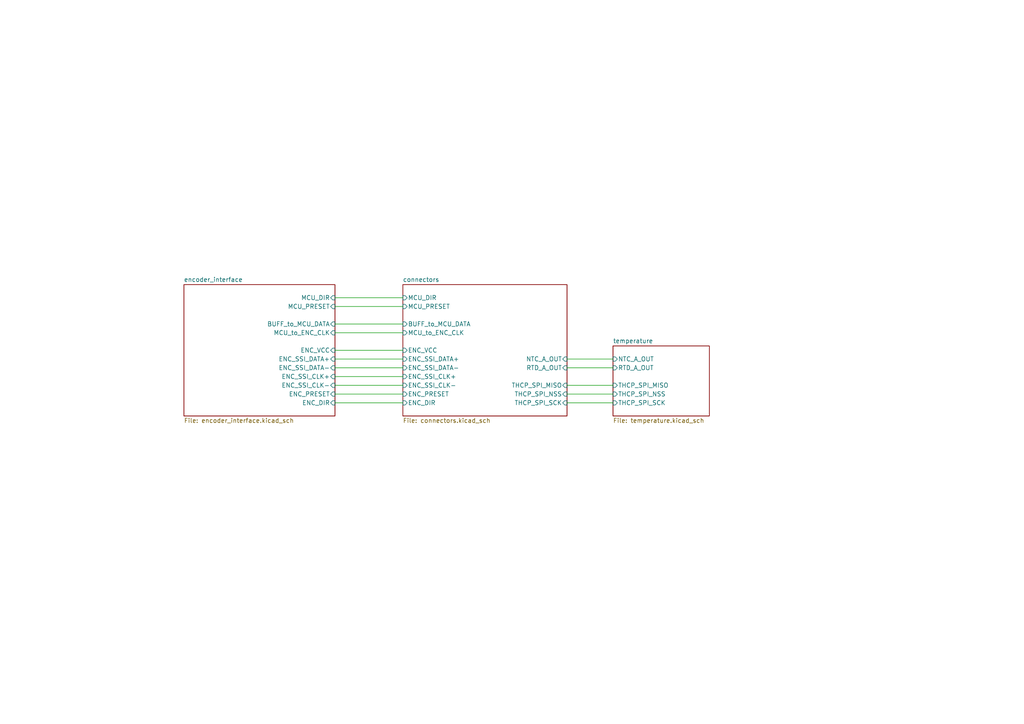
<source format=kicad_sch>
(kicad_sch (version 20211123) (generator eeschema)
  (paper "A4")
  (title_block (title "ProtonTH MatriXX Mover Nucleo-H723 driver") (date "2022-02-18") (rev "0.4") (company "ProM Facility - Trentino Sviluppo Spa"))
  (lib_symbols)
  (wire (pts (xy 164.465 111.76) (xy 177.8 111.76)))
  (wire (pts (xy 164.465 106.68) (xy 177.8 106.68)))
  (wire (pts (xy 97.155 109.22) (xy 116.84 109.22)))
  (wire (pts (xy 97.155 93.98) (xy 116.84 93.98)))
  (wire (pts (xy 97.155 96.52) (xy 116.84 96.52)))
  (wire (pts (xy 164.465 116.84) (xy 177.8 116.84)))
  (wire (pts (xy 97.155 88.9) (xy 116.84 88.9)))
  (wire (pts (xy 97.155 116.84) (xy 116.84 116.84)))
  (wire (pts (xy 97.155 111.76) (xy 116.84 111.76)))
  (wire (pts (xy 97.155 104.14) (xy 116.84 104.14)))
  (wire (pts (xy 97.155 114.3) (xy 116.84 114.3)))
  (wire (pts (xy 97.155 106.68) (xy 116.84 106.68)))
  (wire (pts (xy 97.155 86.36) (xy 116.84 86.36)))
  (wire (pts (xy 97.155 101.6) (xy 116.84 101.6)))
  (wire (pts (xy 164.465 114.3) (xy 177.8 114.3)))
  (wire (pts (xy 164.465 104.14) (xy 177.8 104.14)))
  (sheet (at 177.8 100.33) (size 27.94 20.32) (stroke (width 0.1524))
    (property "Sheet name" "temperature" (at 177.8 99.6184 0) (effects (justify left bottom)))
    (property "Sheet file" "temperature.kicad_sch" (at 177.8 121.2346 0) (effects (justify left top)))
    (pin "RTD_A_OUT" input (at 177.8 106.68 180))
    (pin "THCP_SPI_MISO" input (at 177.8 111.76 180))
    (pin "THCP_SPI_NSS" input (at 177.8 114.3 180))
    (pin "THCP_SPI_SCK" input (at 177.8 116.84 180))
    (pin "NTC_A_OUT" input (at 177.8 104.14 180))
  )
  (sheet (at 116.84 82.55) (size 47.625 38.1) (stroke (width 0.1524))
    (property "Sheet name" "connectors" (at 116.84 81.8384 0) (effects (justify left bottom)))
    (property "Sheet file" "connectors.kicad_sch" (at 116.84 121.2346 0) (effects (justify left top)))
    (pin "ENC_SSI_DATA-" input (at 116.84 106.68 180))
    (pin "ENC_DIR" input (at 116.84 116.84 180))
    (pin "ENC_PRESET" input (at 116.84 114.3 180))
    (pin "ENC_SSI_DATA+" input (at 116.84 104.14 180))
    (pin "ENC_SSI_CLK-" input (at 116.84 111.76 180))
    (pin "ENC_SSI_CLK+" input (at 116.84 109.22 180))
    (pin "ENC_VCC" input (at 116.84 101.6 180))
    (pin "MCU_PRESET" input (at 116.84 88.9 180))
    (pin "MCU_to_ENC_CLK" input (at 116.84 96.52 180))
    (pin "BUFF_to_MCU_DATA" input (at 116.84 93.98 180))
    (pin "MCU_DIR" input (at 116.84 86.36 180))
    (pin "NTC_A_OUT" input (at 164.465 104.14 0))
    (pin "RTD_A_OUT" input (at 164.465 106.68 0))
    (pin "THCP_SPI_SCK" input (at 164.465 116.84 0))
    (pin "THCP_SPI_MISO" input (at 164.465 111.76 0))
    (pin "THCP_SPI_NSS" input (at 164.465 114.3 0))
  )
  (sheet (at 53.34 82.55) (size 43.815 38.1) (stroke (width 0.1524))
    (property "Sheet name" "encoder_interface" (at 53.34 81.8384 0) (effects (justify left bottom)))
    (property "Sheet file" "encoder_interface.kicad_sch" (at 53.34 121.2346 0) (effects (justify left top)))
    (pin "ENC_VCC" input (at 97.155 101.6 0))
    (pin "ENC_DIR" input (at 97.155 116.84 0))
    (pin "ENC_SSI_DATA+" input (at 97.155 104.14 0))
    (pin "ENC_SSI_CLK-" input (at 97.155 111.76 0))
    (pin "ENC_SSI_DATA-" input (at 97.155 106.68 0))
    (pin "ENC_SSI_CLK+" input (at 97.155 109.22 0))
    (pin "ENC_PRESET" input (at 97.155 114.3 0))
    (pin "MCU_DIR" input (at 97.155 86.36 0))
    (pin "MCU_PRESET" input (at 97.155 88.9 0))
    (pin "BUFF_to_MCU_DATA" input (at 97.155 93.98 0))
    (pin "MCU_to_ENC_CLK" input (at 97.155 96.52 0))
  )
)
</source>
